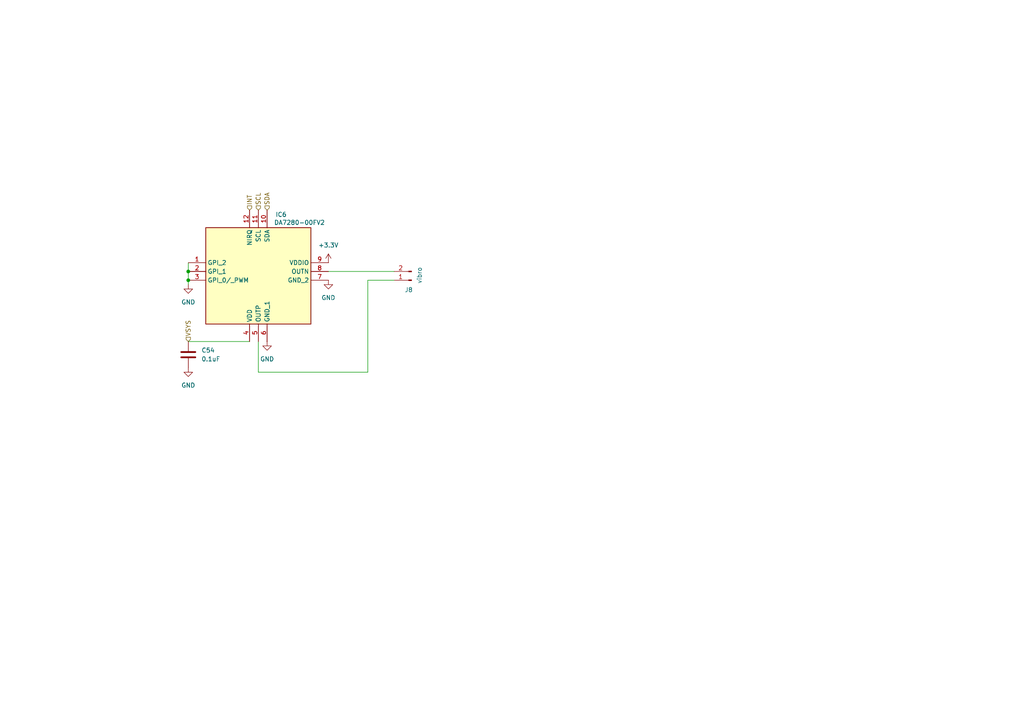
<source format=kicad_sch>
(kicad_sch (version 20250114) (generator "eeschema") (generator_version "9.0")
  (paper "A4")
  (title_block (title "LRA Driver (Vibration)"))
  (lib_symbols
    (symbol "Connector:Conn_01x02_Pin" (pin_names (offset 1.016) (hide yes))
      (property "Reference" "J" (at 0 2.54 0))
      (property "Value" "Conn_01x02_Pin" (at 0 -5.08 0))
      (symbol "Conn_01x02_Pin_1_1"
        (rectangle (start 0.8636 0.127) (end 0 -0.127) (stroke (width 0.1524)) (fill (type outline)))
        (rectangle (start 0.8636 -2.413) (end 0 -2.667) (stroke (width 0.1524)) (fill (type outline)))
        (polyline (pts (xy 1.27 0) (xy 0.8636 0)) (stroke (width 0.1524)))
        (polyline (pts (xy 1.27 -2.54) (xy 0.8636 -2.54)) (stroke (width 0.1524)))
        (pin passive line (at 5.08 0 180) (length 3.81) (name "Pin_1") (number "1"))
        (pin passive line (at 5.08 -2.54 180) (length 3.81) (name "Pin_2") (number "2"))
      )
    )
    (symbol "Device:C" (pin_numbers (hide yes)) (pin_names (offset 0.254))
      (property "Reference" "C" (at 0.635 2.54 0))
      (property "Value" "C" (at 0.635 -2.54 0))
      (symbol "C_0_1"
        (polyline (pts (xy -2.032 0.762) (xy 2.032 0.762)) (stroke (width 0.508)))
        (polyline (pts (xy -2.032 -0.762) (xy 2.032 -0.762)) (stroke (width 0.508)))
      )
      (symbol "C_1_1"
        (pin passive line (at 0 3.81 270) (length 2.794) (name "~") (number "1"))
        (pin passive line (at 0 -3.81 90) (length 2.794) (name "~") (number "2"))
      )
    )
    (symbol "PlajTime:DA7280-00FV2"
      (property "Reference" "IC" (at 36.83 15.24 0))
      (property "Value" "DA7280-00FV2" (at 36.83 12.7 0))
      (symbol "DA7280-00FV2_1_1"
        (rectangle (start 5.08 10.16) (end 35.56 -17.78) (stroke (width 0.254)) (fill (type background)))
        (pin passive line (at 0 0 0) (length 5.08) (name "GPI_2") (number "1"))
        (pin passive line (at 0 -2.54 0) (length 5.08) (name "GPI_1") (number "2"))
        (pin passive line (at 0 -5.08 0) (length 5.08) (name "GPI_0/_PWM") (number "3"))
        (pin passive line (at 17.78 15.24 270) (length 5.08) (name "NIRQ") (number "12"))
        (pin passive line (at 17.78 -22.86 90) (length 5.08) (name "VDD") (number "4"))
        (pin passive line (at 20.32 15.24 270) (length 5.08) (name "SCL") (number "11"))
        (pin passive line (at 20.32 -22.86 90) (length 5.08) (name "OUTP") (number "5"))
        (pin passive line (at 22.86 15.24 270) (length 5.08) (name "SDA") (number "10"))
        (pin passive line (at 22.86 -22.86 90) (length 5.08) (name "GND_1") (number "6"))
        (pin passive line (at 40.64 0 180) (length 5.08) (name "VDDIO") (number "9"))
        (pin passive line (at 40.64 -2.54 180) (length 5.08) (name "OUTN") (number "8"))
        (pin passive line (at 40.64 -5.08 180) (length 5.08) (name "GND_2") (number "7"))
      )
    )
    (symbol "power:+3.3V" (power) (pin_numbers (hide yes)) (pin_names (offset 0) (hide yes))
      (property "Value" "+3.3V" (at 0 3.556 0))
      (symbol "+3.3V_0_1"
        (polyline (pts (xy -0.762 1.27) (xy 0 2.54)))
        (polyline (pts (xy 0 2.54) (xy 0.762 1.27)))
        (polyline (pts (xy 0 0) (xy 0 2.54)))
      )
      (symbol "+3.3V_1_1"
        (pin power_in line (at 0 0 90) (length 0) (name "~") (number "1"))
      )
    )
    (symbol "power:GND" (power) (pin_numbers (hide yes)) (pin_names (offset 0) (hide yes))
      (property "Value" "GND" (at 0 -3.81 0))
      (symbol "GND_0_1"
        (polyline (pts (xy 0 0) (xy 0 -1.27) (xy 1.27 -1.27) (xy 0 -2.54) (xy -1.27 -1.27) (xy 0 -1.27)))
      )
      (symbol "GND_1_1"
        (pin power_in line (at 0 0 270) (length 0) (name "~") (number "1"))
      )
    )
  )
  (junction (at 54.61 81.28))
  (junction (at 54.61 78.74))
  (wire (pts (xy 95.25 78.74) (xy 114.3 78.74)))
  (wire (pts (xy 54.61 76.2) (xy 54.61 78.74)))
  (wire (pts (xy 106.68 107.95) (xy 74.93 107.95)))
  (wire (pts (xy 106.68 81.28) (xy 106.68 107.95)))
  (wire (pts (xy 54.61 82.55) (xy 54.61 81.28)))
  (wire (pts (xy 74.93 107.95) (xy 74.93 99.06)))
  (wire (pts (xy 54.61 99.06) (xy 72.39 99.06)))
  (wire (pts (xy 54.61 78.74) (xy 54.61 81.28)))
  (wire (pts (xy 106.68 81.28) (xy 114.3 81.28)))
  (hierarchical_label "VSYS" (shape input) (at 54.61 99.06 90))
  (hierarchical_label "INT" (shape input) (at 72.39 60.96 90))
  (hierarchical_label "SCL" (shape input) (at 74.93 60.96 90))
  (hierarchical_label "SDA" (shape input) (at 77.47 60.96 90))
  (symbol (lib_id "power:+3.3V") (at 95.25 76.2 0) (unit 1)
    (property "Reference" "#PWR05" (effects (hide yes)))
    (property "Value" "+3.3V" (at 95.25 71.12 0))
    (property "Description" "Power symbol creates a global label with name \"+3.3V\"" (effects (hide yes)))
  )
  (symbol (lib_id "PlajTime:DA7280-00FV2") (at 54.61 76.2 0) (unit 1)
    (property "Reference" "IC6" (at 81.534 62.23 0))
    (property "Value" "DA7280-00FV2" (at 86.868 64.5474 0))
    (property "Footprint" "PlajTime_Library:QFN65P300X300X84-12N" (effects (hide yes)))
    (property "Datasheet" "https://www.renesas.com/us/en/products/interface-connectivity/haptic-drivers/da7280-low-power-high-definition-haptic-driver-next-generation-human-machine-interfaces" (effects (hide yes)))
    (property "Description" "The DA7280 high-definition (HD) haptic driver combines custom drive sequences, on- and off-resonance, at up to 1kHz. The DA7280 can drive both ERM and LRA (narrow and wideband) actuators and track resonance up to 300Hz to drive the most complex click/vibration touch effects in a wide range of applications.The DA7280 combines very low idle current consumption (360nA) with low-latency trigger inputs to minimize the delay after button presses when an application process is in deep sleep.Benefits	Constant reson" (effects (hide yes)))
    (property "Height" "0.84" (effects (hide yes)))
    (property "Mouser Part Number" "724-DA7280-00FV2" (effects (hide yes)))
    (property "Mouser Price/Stock" "https://www.mouser.co.uk/ProductDetail/Renesas-Dialog/DA7280-00FV2?qs=byeeYqUIh0OSaEpiBFjTpA%3D%3D" (effects (hide yes)))
    (property "Manufacturer_Name" "Renesas Electronics" (effects (hide yes)))
    (property "Manufacturer_Part_Number" "DA7280-00FV2" (effects (hide yes)))
  )
  (symbol (lib_id "Connector:Conn_01x02_Pin") (at 119.38 81.28 180) (unit 1)
    (property "Reference" "J8" (at 117.348 84.074 0) (effects (justify right)))
    (property "Value" "vibro" (at 121.666 82.296 90) (effects (justify right)))
    (property "Footprint" "Connector_PinHeader_1.00mm:PinHeader_1x02_P1.00mm_Vertical" (effects (hide yes)))
    (property "Description" "Generic connector, single row, 01x02, script generated" (effects (hide yes)))
  )
  (symbol (lib_id "power:GND") (at 54.61 106.68 0) (unit 1)
    (property "Reference" "#PWR090" (effects (hide yes)))
    (property "Value" "GND" (at 54.61 111.76 0))
    (property "Description" "Power symbol creates a global label with name \"GND\" , ground" (effects (hide yes)))
  )
  (symbol (lib_id "power:GND") (at 95.25 81.28 0) (unit 1)
    (property "Reference" "#PWR088" (effects (hide yes)))
    (property "Value" "GND" (at 95.25 86.36 0))
    (property "Description" "Power symbol creates a global label with name \"GND\" , ground" (effects (hide yes)))
  )
  (symbol (lib_id "power:GND") (at 77.47 99.06 0) (unit 1)
    (property "Reference" "#PWR089" (effects (hide yes)))
    (property "Value" "GND" (at 77.47 104.14 0))
    (property "Description" "Power symbol creates a global label with name \"GND\" , ground" (effects (hide yes)))
  )
  (symbol (lib_id "power:GND") (at 54.61 82.55 0) (unit 1)
    (property "Reference" "#PWR091" (effects (hide yes)))
    (property "Value" "GND" (at 54.61 87.63 0))
    (property "Description" "Power symbol creates a global label with name \"GND\" , ground" (effects (hide yes)))
  )
  (symbol (lib_id "Device:C") (at 54.61 102.87 0) (unit 1)
    (property "Reference" "C54" (at 58.42 101.5999 0) (effects (justify left)))
    (property "Value" "0.1uF" (at 58.42 104.1399 0) (effects (justify left)))
    (property "Footprint" "Capacitor_SMD:C_0201_0603Metric" (effects (hide yes)))
    (property "Description" "Unpolarized capacitor" (effects (hide yes)))
  )
)
</source>
